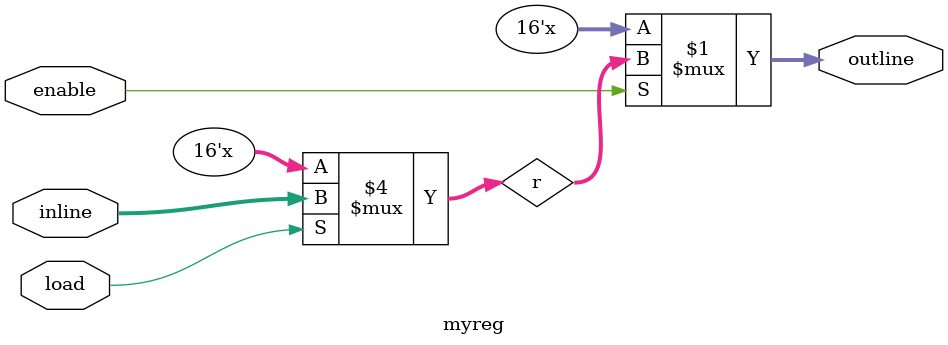
<source format=v>
module myreg(outline, inline, load, enable);
    input[15:0] inline;
    input load, enable;
    output [15:0] outline;
    reg [15:0] r;
    // Output wire set according to enable control signal
    assign outline = (enable)?r:16'bzzzzzzzzzzzzzzzz;
    initial
        r = 0;
    always @(load)
            // Register value set according to load control signal
            if (load) r <= inline;
endmodule
</source>
